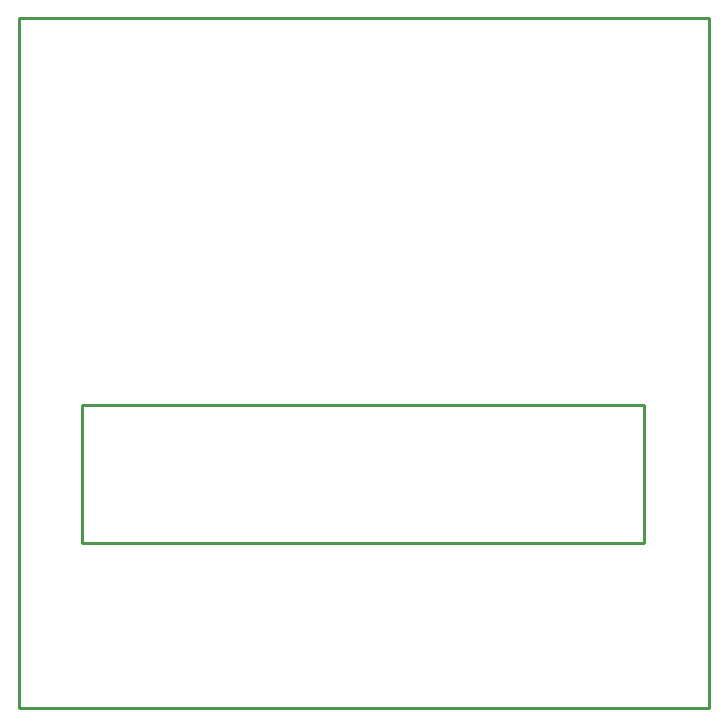
<source format=gko>
G04 Layer: BoardOutlineLayer*
G04 EasyEDA v6.5.34, 2023-08-21 18:11:39*
G04 40460becb6cc48d19b9a4063d9deaaab,5a6b42c53f6a479593ecc07194224c93,10*
G04 Gerber Generator version 0.2*
G04 Scale: 100 percent, Rotated: No, Reflected: No *
G04 Dimensions in millimeters *
G04 leading zeros omitted , absolute positions ,4 integer and 5 decimal *
%FSLAX45Y45*%
%MOMM*%

%ADD10C,0.2540*%
D10*
X5842000Y0D02*
G01*
X0Y0D01*
X0Y5842000D01*
X5842000Y5841497D01*
X5842000Y0D01*
X533400Y2565394D02*
G01*
X533400Y1396997D01*
X533400Y1396997D02*
G01*
X5295889Y1396997D01*
X5295889Y1396997D02*
G01*
X5295889Y2565394D01*
X5295889Y2565394D02*
G01*
X533400Y2565394D01*

%LPD*%
M02*

</source>
